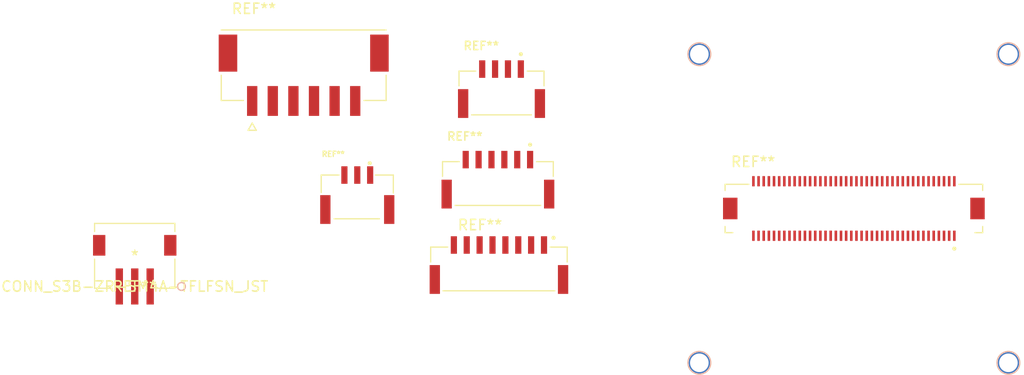
<source format=kicad_pcb>
(kicad_pcb (version 20211014) (generator pcbnew)
  (layers (0 "F.Cu" signal) (31 "B.Cu" signal) (34 "B.Paste" user) (35 "F.Paste" user) (36 "B.SilkS" user "B.Silkscreen") (37 "F.SilkS" user "F.Silkscreen") (38 "B.Mask" user) (39 "F.Mask" user) (44 "Edge.Cuts" user))
  (net 0 "")
  (footprint "libraries:S3B-ZR-SM4A-TFLFSN" (layer "F.Cu") (at 75.65 105.35)
    (fp_text reference "REF**" (at 0 2.977401) (layer "F.SilkS"))
    (fp_text value "CONN_S3B-ZR-SM4A-TFLFSN_JST" (at 0 2.977401) (layer "F.SilkS"))
    (fp_text user "*" (at 0 0) (layer "F.SilkS"))
    (fp_circle (center 4.5339 2.977401) (end 4.9149 2.977401) (layer "B.SilkS") (width 0.12) (fill none))
    (fp_line (start 3.8989 -2.358639) (end 3.8989 -3.1496) (layer "F.SilkS") (width 0.12))
    (fp_line (start -3.8989 3.1496) (end -2.18694 3.1496) (layer "F.SilkS") (width 0.12))
    (fp_line (start 3.8989 3.1496) (end 3.8989 0.313441) (layer "F.SilkS") (width 0.12))
    (fp_line (start -3.8989 -3.1496) (end -3.8989 -2.358639) (layer "F.SilkS") (width 0.12))
    (fp_line (start 2.18694 3.1496) (end 3.8989 3.1496) (layer "F.SilkS") (width 0.12))
    (fp_line (start -3.8989 0.313441) (end -3.8989 3.1496) (layer "F.SilkS") (width 0.12))
    (fp_line (start 3.8989 -3.1496) (end -3.8989 -3.1496) (layer "F.SilkS") (width 0.12))
    (fp_circle (center 4.5339 2.977401) (end 4.9149 2.977401) (layer "F.SilkS") (width 0.12) (fill none))
    (pad "1" smd rect (at 1.4986 2.977401) (size 0.7112 3.5052) (layers "F.Cu" "F.Paste" "F.Mask"))
    (pad "2" smd rect (at 0 2.977401) (size 0.7112 3.5052) (layers "F.Cu" "F.Paste" "F.Mask"))
    (pad "3" smd rect (at -1.4986 2.977401) (size 0.7112 3.5052) (layers "F.Cu" "F.Paste" "F.Mask"))
    (pad "4" smd rect (at -3.450001 -1.022599) (size 1.1938 2.0066) (layers "F.Cu" "F.Paste" "F.Mask"))
    (pad "5" smd rect (at 3.450001 -1.022599) (size 1.1938 2.0066) (layers "F.Cu" "F.Paste" "F.Mask"))
  )
  (footprint "libraries:Cube_DF17_Mount" (layer "F.Cu") (at 145.45 100.75)
    (fp_text reference "REF**" (at -9.775 -4.535) (layer "F.SilkS"))
    (fp_text value "HRS_DF17_3.0_-80DS-0.5V_57_")
    (fp_circle (center 14.9985 14.9985) (end 16.1035 14.9985) (layer "B.SilkS") (width 0.12) (fill none))
    (fp_circle (center -14.9985 -14.9985) (end -13.8935 -14.9985) (layer "B.SilkS") (width 0.12) (fill none))
    (fp_circle (center -14.9985 14.9985) (end -13.8935 14.9985) (layer "B.SilkS") (width 0.12) (fill none))
    (fp_circle (center 14.9985 -14.9985) (end 16.1035 -14.9985) (layer "B.SilkS") (width 0.12) (fill none))
    (fp_line (start -12.5 -2.35) (end -12.5 -1.75) (layer "F.SilkS") (width 0.127))
    (fp_line (start -10.195 -2.35) (end -12.5 -2.35) (layer "F.SilkS") (width 0.127))
    (fp_line (start 12.5 2.35) (end 12.5 1.75) (layer "F.SilkS") (width 0.127))
    (fp_line (start -12.5 2.35) (end -11.75 2.35) (layer "F.SilkS") (width 0.127))
    (fp_line (start 12.5 -2.35) (end 10.195 -2.35) (layer "F.SilkS") (width 0.127))
    (fp_line (start 12.5 -2.35) (end 12.5 -1.75) (layer "F.SilkS") (width 0.127))
    (fp_line (start 11.75 2.35) (end 12.5 2.35) (layer "F.SilkS") (width 0.127))
    (fp_line (start -12.5 2.35) (end -12.5 1.75) (layer "F.SilkS") (width 0.127))
    (fp_circle (center 14.9985 -14.9985) (end 16.1035 -14.9985) (layer "F.SilkS") (width 0.12) (fill none))
    (fp_circle (center -14.9985 14.9985) (end -13.8935 14.9985) (layer "F.SilkS") (width 0.12) (fill none))
    (fp_circle (center -14.9985 -14.9985) (end -13.8935 -14.9985) (layer "F.SilkS") (width 0.12) (fill none))
    (fp_circle (center 9.75 3.9) (end 9.85 3.9) (layer "F.SilkS") (width 0.2) (fill none))
    (fp_circle (center 14.9985 14.9985) (end 16.1035 14.9985) (layer "F.SilkS") (width 0.12) (fill none))
    (pad "" np_thru_hole circle (at 11 1.9) (size 0.65 0.65) (drill 0.65) (layers *.Cu *.Mask))
    (pad "" np_thru_hole circle (at -11 1.9) (size 0.65 0.65) (drill 0.65) (layers *.Cu *.Mask))
    (pad "1" smd rect (at 9.75 2.65) (size 0.25 1) (layers "F.Cu" "F.Paste" "F.Mask"))
    (pad "2" smd rect (at 9.75 -2.65) (size 0.25 1) (layers "F.Cu" "F.Paste" "F.Mask"))
    (pad "3" smd rect (at 9.25 2.65) (size 0.25 1) (layers "F.Cu" "F.Paste" "F.Mask"))
    (pad "4" smd rect (at 9.25 -2.65) (size 0.25 1) (layers "F.Cu" "F.Paste" "F.Mask"))
    (pad "5" smd rect (at 8.75 2.65) (size 0.25 1) (layers "F.Cu" "F.Paste" "F.Mask"))
    (pad "6" smd rect (at 8.75 -2.65) (size 0.25 1) (layers "F.Cu" "F.Paste" "F.Mask"))
    (pad "7" smd rect (at 8.25 2.65) (size 0.25 1) (layers "F.Cu" "F.Paste" "F.Mask"))
    (pad "8" smd rect (at 8.25 -2.65) (size 0.25 1) (layers "F.Cu" "F.Paste" "F.Mask"))
    (pad "9" smd rect (at 7.75 2.65) (size 0.25 1) (layers "F.Cu" "F.Paste" "F.Mask"))
    (pad "10" smd rect (at 7.75 -2.65) (size 0.25 1) (layers "F.Cu" "F.Paste" "F.Mask"))
    (pad "11" smd rect (at 7.25 2.65) (size 0.25 1) (layers "F.Cu" "F.Paste" "F.Mask"))
    (pad "12" smd rect (at 7.25 -2.65) (size 0.25 1) (layers "F.Cu" "F.Paste" "F.Mask"))
    (pad "13" smd rect (at 6.75 2.65) (size 0.25 1) (layers "F.Cu" "F.Paste" "F.Mask"))
    (pad "14" smd rect (at 6.75 -2.65) (size 0.25 1) (layers "F.Cu" "F.Paste" "F.Mask"))
    (pad "15" smd rect (at 6.25 2.65) (size 0.25 1) (layers "F.Cu" "F.Paste" "F.Mask"))
    (pad "16" smd rect (at 6.25 -2.65) (size 0.25 1) (layers "F.Cu" "F.Paste" "F.Mask"))
    (pad "17" smd rect (at 5.75 2.65) (size 0.25 1) (layers "F.Cu" "F.Paste" "F.Mask"))
    (pad "18" smd rect (at 5.75 -2.65) (size 0.25 1) (layers "F.Cu" "F.Paste" "F.Mask"))
    (pad "19" smd rect (at 5.25 2.65) (size 0.25 1) (layers "F.Cu" "F.Paste" "F.Mask"))
    (pad "20" smd rect (at 5.25 -2.65) (size 0.25 1) (layers "F.Cu" "F.Paste" "F.Mask"))
    (pad "21" smd rect (at 4.75 2.65) (size 0.25 1) (layers "F.Cu" "F.Paste" "F.Mask"))
    (pad "22" smd rect (at 4.75 -2.65) (size 0.25 1) (layers "F.Cu" "F.Paste" "F.Mask"))
    (pad "23" smd rect (at 4.25 2.65) (size 0.25 1) (layers "F.Cu" "F.Paste" "F.Mask"))
    (pad "24" smd rect (at 4.25 -2.65) (size 0.25 1) (layers "F.Cu" "F.Paste" "F.Mask"))
    (pad "25" smd rect (at 3.75 2.65) (size 0.25 1) (layers "F.Cu" "F.Paste" "F.Mask"))
    (pad "26" smd rect (at 3.75 -2.65) (size 0.25 1) (layers "F.Cu" "F.Paste" "F.Mask"))
    (pad "27" smd rect (at 3.25 2.65) (size 0.25 1) (layers "F.Cu" "F.Paste" "F.Mask"))
    (pad "28" smd rect (at 3.25 -2.65) (size 0.25 1) (layers "F.Cu" "F.Paste" "F.Mask"))
    (pad "29" smd rect (at 2.75 2.65) (size 0.25 1) (layers "F.Cu" "F.Paste" "F.Mask"))
    (pad "30" smd rect (at 2.75 -2.65) (size 0.25 1) (layers "F.Cu" "F.Paste" "F.Mask"))
    (pad "31" smd rect (at 2.25 2.65) (size 0.25 1) (layers "F.Cu" "F.Paste" "F.Mask"))
    (pad "32" smd rect (at 2.25 -2.65) (size 0.25 1) (layers "F.Cu" "F.Paste" "F.Mask"))
    (pad "33" smd rect (at 1.75 2.65) (size 0.25 1) (layers "F.Cu" "F.Paste" "F.Mask"))
    (pad "34" smd rect (at 1.75 -2.65) (size 0.25 1) (layers "F.Cu" "F.Paste" "F.Mask"))
    (pad "35" smd rect (at 1.25 2.65) (size 0.25 1) (layers "F.Cu" "F.Paste" "F.Mask"))
    (pad "36" smd rect (at 1.25 -2.65) (size 0.25 1) (layers "F.Cu" "F.Paste" "F.Mask"))
    (pad "37" smd rect (at 0.75 2.65) (size 0.25 1) (layers "F.Cu" "F.Paste" "F.Mask"))
    (pad "38" smd rect (at 0.75 -2.65) (size 0.25 1) (layers "F.Cu" "F.Paste" "F.Mask"))
    (pad "39" smd rect (at 0.25 2.65) (size 0.25 1) (layers "F.Cu" "F.Paste" "F.Mask"))
    (pad "40" smd rect (at 0.25 -2.65) (size 0.25 1) (layers "F.Cu" "F.Paste" "F.Mask"))
    (pad "41" smd rect (at -0.25 2.65) (size 0.25 1) (layers "F.Cu" "F.Paste" "F.Mask"))
    (pad "42" smd rect (at -0.25 -2.65) (size 0.25 1) (layers "F.Cu" "F.Paste" "F.Mask"))
    (pad "43" smd rect (at -0.75 2.65) (size 0.25 1) (layers "F.Cu" "F.Paste" "F.Mask"))
    (pad "44" smd rect (at -0.75 -2.65) (size 0.25 1) (layers "F.Cu" "F.Paste" "F.Mask"))
    (pad "45" smd rect (at -1.25 2.65) (size 0.25 1) (layers "F.Cu" "F.Paste" "F.Mask"))
    (pad "46" smd rect (at -1.25 -2.65) (size 0.25 1) (layers "F.Cu" "F.Paste" "F.Mask"))
    (pad "47" smd rect (at -1.75 2.65) (size 0.25 1) (layers "F.Cu" "F.Paste" "F.Mask"))
    (pad "48" smd rect (at -1.75 -2.65) (size 0.25 1) (layers "F.Cu" "F.Paste" "F.Mask"))
    (pad "49" smd rect (at -2.25 2.65) (size 0.25 1) (layers "F.Cu" "F.Paste" "F.Mask"))
    (pad "50" smd rect (at -2.25 -2.65) (size 0.25 1) (layers "F.Cu" "F.Paste" "F.Mask"))
    (pad "51" smd rect (at -2.75 2.65) (size 0.25 1) (layers "F.Cu" "F.Paste" "F.Mask"))
    (pad "52" smd rect (at -2.75 -2.65) (size 0.25 1) (layers "F.Cu" "F.Paste" "F.Mask"))
    (pad "53" smd rect (at -3.25 2.65) (size 0.25 1) (layers "F.Cu" "F.Paste" "F.Mask"))
    (pad "54" smd rect (at -3.25 -2.65) (size 0.25 1) (layers "F.Cu" "F.Paste" "F.Mask"))
    (pad "55" smd rect (at -3.75 2.65) (size 0.25 1) (layers "F.Cu" "F.Paste" "F.Mask"))
    (pad "56" smd rect (at -3.75 -2.65) (size 0.25 1) (layers "F.Cu" "F.Paste" "F.Mask"))
    (pad "57" smd rect (at -4.25 2.65) (size 0.25 1) (layers "F.Cu" "F.Paste" "F.Mask"))
    (pad "58" smd rect (at -4.25 -2.65) (size 0.25 1) (layers "F.Cu" "F.Paste" "F.Mask"))
    (pad "59" smd rect (at -4.75 2.65) (size 0.25 1) (layers "F.Cu" "F.Paste" "F.Mask"))
    (pad "60" smd rect (at -4.75 -2.65) (size 0.25 1) (layers "F.Cu" "F.Paste" "F.Mask"))
    (pad "61" smd rect (at -5.25 2.65) (size 0.25 1) (layers "F.Cu" "F.Paste" "F.Mask"))
    (pad "62" smd rect (at -5.25 -2.65) (size 0.25 1) (layers "F.Cu" "F.Paste" "F.Mask"))
    (pad "63" smd rect (at -5.75 2.65) (size 0.25 1) (layers "F.Cu" "F.Paste" "F.Mask"))
    (pad "64" smd rect (at -5.75 -2.65) (size 0.25 1) (layers "F.Cu" "F.Paste" "F.Mask"))
    (pad "65" smd rect (at -6.25 2.65) (size 0.25 1) (layers "F.Cu" "F.Paste" "F.Mask"))
    (pad "66" smd rect (at -6.25 -2.65) (size 0.25 1) (layers "F.Cu" "F.Paste" "F.Mask"))
    (pad "67" smd rect (at -6.75 2.65) (size 0.25 1) (layers "F.Cu" "F.Paste" "F.Mask"))
    (pad "68" smd rect (at -6.75 -2.65) (size 0.25 1) (layers "F.Cu" "F.Paste" "F.Mask"))
    (pad "69" smd rect (at -7.25 2.65) (size 0.25 1) (layers "F.Cu" "F.Paste" "F.Mask"))
    (pad "70" smd rect (at -7.25 -2.65) (size 0.25 1) (layers "F.Cu" "F.Paste" "F.Mask"))
    (pad "71" smd rect (at -7.75 2.65) (size 0.25 1) (layers "F.Cu" "F.Paste" "F.Mask"))
    (pad "72" smd rect (at -7.75 -2.65) (size 0.25 1) (layers "F.Cu" "F.Paste" "F.Mask"))
    (pad "73" smd rect (at -8.25 2.65) (size 0.25 1) (layers "F.Cu" "F.Paste" "F.Mask"))
    (pad "74" smd rect (at -8.25 -2.65) (size 0.25 1) (layers "F.Cu" "F.Paste" "F.Mask"))
    (pad "75" smd rect (at -8.75 2.65) (size 0.25 1) (layers "F.Cu" "F.Paste" "F.Mask"))
    (pad "76" smd rect (at -8.75 -2.65) (size 0.25 1) (layers "F.Cu" "F.Paste" "F.Mask"))
    (pad "77" smd rect (at -9.25 2.65) (size 0.25 1) (layers "F.Cu" "F.Paste" "F.Mask"))
    (pad "78" smd rect (at -9.25 -2.65) (size 0.25 1) (layers "F.Cu" "F.Paste" "F.Mask"))
    (pad "79" smd rect (at -9.75 2.65) (size 0.25 1) (layers "F.Cu" "F.Paste" "F.Mask"))
    (pad "80" smd rect (at -9.75 -2.65) (size 0.25 1) (layers "F.Cu" "F.Paste" "F.Mask"))
    (pad "81" thru_hole circle (at -14.9985 14.9985) (size 2.21 2.21) (drill 1.803) (layers *.Cu *.Mask))
    (pad "81" thru_hole circle (at 14.9985 14.9985) (size 2.21 2.21) (drill 1.803) (layers *.Cu *.Mask))
    (pad "81" thru_hole circle (at 14.9985 -14.9985) (size 2.21 2.21) (drill 1.803) (layers *.Cu *.Mask))
    (pad "81" thru_hole circle (at -14.9985 -14.9985) (size 2.21 2.21) (drill 1.803) (layers *.Cu *.Mask))
    (pad "S1" smd rect (at 12 0) (size 1.4 2.1) (layers "F.Cu" "F.Paste" "F.Mask"))
    (pad "S2" smd rect (at -12 0) (size 1.4 2.1) (layers "F.Cu" "F.Paste" "F.Mask"))
  )
  (footprint "libraries:MOLEX_5024430670" (layer "F.Cu") (at 92.05 87.25)
    (fp_text reference "REF**" (at -4.825 -5.915) (layer "F.SilkS"))
    (fp_text value "MOLEX_5024430670")
    (fp_line (start 8 -3.85) (end -8 -3.85) (layer "F.SilkS") (width 0.127))
    (fp_line (start 8 3) (end 5.85 3) (layer "F.SilkS") (width 0.127))
    (fp_line (start -8 3) (end -8 0.55) (layer "F.SilkS") (width 0.127))
    (fp_line (start -5 5.2) (end -5.4 5.9) (layer "F.SilkS") (width 0.127))
    (fp_line (start 8 0.55) (end 8 3) (layer "F.SilkS") (width 0.127))
    (fp_line (start -5.4 5.9) (end -4.6 5.9) (layer "F.SilkS") (width 0.127))
    (fp_line (start -5.85 3) (end -8 3) (layer "F.SilkS") (width 0.127))
    (fp_line (start -4.6 5.9) (end -5 5.2) (layer "F.SilkS") (width 0.127))
    (pad "1" smd rect (at -5 3.05) (size 1 2.9) (layers "F.Cu" "F.Paste"))
    (pad "2" smd rect (at -3 3.05) (size 1 2.9) (layers "F.Cu" "F.Paste"))
    (pad "3" smd rect (at -1 3.05) (size 1 2.9) (layers "F.Cu" "F.Paste"))
    (pad "4" smd rect (at 1 3.05) (size 1 2.9) (layers "F.Cu" "F.Paste"))
    (pad "5" smd rect (at 3 3.05) (size 1 2.9) (layers "F.Cu" "F.Paste"))
    (pad "6" smd rect (at 5 3.05) (size 1 2.9) (layers "F.Cu" "F.Paste"))
    (pad "S1" smd rect (at -7.35 -1.6) (size 1.8 3.6) (layers "F.Cu" "F.Paste"))
    (pad "S2" smd rect (at 7.35 -1.6) (size 1.8 3.6) (layers "F.Cu" "F.Paste"))
  )
  (footprint "libraries:JST_BM08B-GHS-TBT(LF)(SN)(N)" (layer "F.Cu") (at 111 104.3)
    (fp_text reference "REF**" (at -1.832775 -1.943265) (layer "F.SilkS") (effects (font (size 1.004276 1.004276))))
    (fp_text value "JST_BM08B-GHS-TBT_LF__SN__N_")
    (fp_line (start 4.975 0.2) (end 6.625 0.2) (layer "F.SilkS") (width 0.127))
    (fp_line (start 6.625 1.65) (end 6.625 0.2) (layer "F.SilkS") (width 0.127))
    (fp_line (start -6.625 0.2) (end -4.975 0.2) (layer "F.SilkS") (width 0.127))
    (fp_line (start -6.625 1.65) (end -6.625 0.2) (layer "F.SilkS") (width 0.127))
    (fp_line (start -5.425 4.45) (end 5.425 4.45) (layer "F.SilkS") (width 0.127))
    (fp_circle (center 5.3 -0.7) (end 5.4 -0.7) (layer "F.SilkS") (width 0.2) (fill none))
    (pad "1" smd rect (at 4.375 0) (size 0.6 1.7) (layers "F.Cu" "F.Paste" "F.Mask"))
    (pad "2" smd rect (at 3.125 0) (size 0.6 1.7) (layers "F.Cu" "F.Paste" "F.Mask"))
    (pad "3" smd rect (at 1.875 0) (size 0.6 1.7) (layers "F.Cu" "F.Paste" "F.Mask"))
    (pad "4" smd rect (at 0.625 0) (size 0.6 1.7) (layers "F.Cu" "F.Paste" "F.Mask"))
    (pad "5" smd rect (at -0.625 0) (size 0.6 1.7) (layers "F.Cu" "F.Paste" "F.Mask"))
    (pad "6" smd rect (at -1.875 0) (size 0.6 1.7) (layers "F.Cu" "F.Paste" "F.Mask"))
    (pad "7" smd rect (at -3.125 0) (size 0.6 1.7) (layers "F.Cu" "F.Paste" "F.Mask"))
    (pad "8" smd rect (at -4.375 0) (size 0.6 1.7) (layers "F.Cu" "F.Paste" "F.Mask"))
    (pad "P1" smd rect (at -6.225 3.35) (size 1 2.8) (layers "F.Cu" "F.Paste" "F.Mask"))
    (pad "P2" smd rect (at 6.225 3.35) (size 1 2.8) (layers "F.Cu" "F.Paste" "F.Mask"))
  )
  (footprint "libraries:CONN_BM03B-GHS-TBT(LF)(SN)(N)" (layer "F.Cu") (at 97.25 97.5)
    (fp_text reference "REF**" (at -2.330113 -2.037476) (layer "F.SilkS") (effects (font (size 0.512938 0.512938))))
    (fp_text value "CONN_BM03B-GHS-TBT_LF__SN__N_")
    (fp_line (start -3.5 0) (end -3.5 1.7) (layer "F.SilkS") (width 0.127))
    (fp_line (start 1.75 0) (end 3.5 0) (layer "F.SilkS") (width 0.127))
    (fp_line (start -2.25 4.25) (end 2.15 4.25) (layer "F.SilkS") (width 0.127))
    (fp_line (start -1.778 0) (end -3.5 0) (layer "F.SilkS") (width 0.127))
    (fp_line (start 3.5 0) (end 3.5 1.75) (layer "F.SilkS") (width 0.127))
    (fp_circle (center 1.21 -1.15) (end 1.31 -1.15) (layer "F.SilkS") (width 0.2) (fill none))
    (pad "1" smd rect locked (at 1.25 0 90) (size 1.7 0.6) (layers "F.Cu" "F.Paste" "F.Mask"))
    (pad "2" smd rect locked (at 0 0 90) (size 1.7 0.6) (layers "F.Cu" "F.Paste" "F.Mask"))
    (pad "3" smd rect locked (at -1.25 0 90) (size 1.7 0.6) (layers "F.Cu" "F.Paste" "F.Mask"))
    (pad "4" smd rect locked (at 3.1 3.35 90) (size 2.8 1) (layers "F.Cu" "F.Paste" "F.Mask"))
    (pad "5" smd rect locked (at -3.1 3.35 90) (size 2.8 1) (layers "F.Cu" "F.Paste" "F.Mask"))
  )
  (footprint "libraries:JST_BM04B-GHS-TBT(LF)(SN)(N)" (layer "F.Cu") (at 111.25 90.55)
    (fp_text reference "REF**" (at -1.96 -5.608) (layer "F.SilkS") (effects (font (size 0.8 0.8))))
    (fp_text value "JST_BM04B-GHS-TBT_LF__SN__N_")
    (fp_line (start -4.125 -1.72) (end -4.125 -3.15) (layer "F.SilkS") (width 0.127))
    (fp_line (start -2.9 1.1) (end 2.9 1.1) (layer "F.SilkS") (width 0.127))
    (fp_line (start -4.125 -3.15) (end -2.5 -3.15) (layer "F.SilkS") (width 0.127))
    (fp_line (start 4.125 -1.72) (end 4.125 -3.15) (layer "F.SilkS") (width 0.127))
    (fp_line (start 2.5 -3.15) (end 4.125 -3.15) (layer "F.SilkS") (width 0.127))
    (fp_circle (center 1.875 -4.8) (end 1.975 -4.8) (layer "F.SilkS") (width 0.2) (fill none))
    (pad "1" smd rect (at 1.875 -3.35 90) (size 1.7 0.6) (layers "F.Cu" "F.Paste" "F.Mask"))
    (pad "2" smd rect (at 0.625 -3.35 90) (size 1.7 0.6) (layers "F.Cu" "F.Paste" "F.Mask"))
    (pad "3" smd rect (at -0.625 -3.35 90) (size 1.7 0.6) (layers "F.Cu" "F.Paste" "F.Mask"))
    (pad "4" smd rect (at -1.875 -3.35 90) (size 1.7 0.6) (layers "F.Cu" "F.Paste" "F.Mask"))
    (pad "S1" smd rect (at -3.725 0 270) (size 2.8 1) (layers "F.Cu" "F.Paste" "F.Mask"))
    (pad "S2" smd rect (at 3.725 0 270) (size 2.8 1) (layers "F.Cu" "F.Paste" "F.Mask"))
  )
  (footprint "libraries:JST_BM06B-GHS-TBT(LF)(SN)(N)" (layer "F.Cu") (at 110.9 99.35)
    (fp_text reference "REF**" (at -3.21 -5.608) (layer "F.SilkS") (effects (font (size 0.8 0.8))))
    (fp_text value "JST_BM06B-GHS-TBT_LF__SN__N_")
    (fp_line (start -5.375 -1.72) (end -5.375 -3.15) (layer "F.SilkS") (width 0.127))
    (fp_line (start 5.375 -1.72) (end 5.375 -3.15) (layer "F.SilkS") (width 0.127))
    (fp_line (start 3.75 -3.15) (end 5.375 -3.15) (layer "F.SilkS") (width 0.127))
    (fp_line (start -5.375 -3.15) (end -3.75 -3.15) (layer "F.SilkS") (width 0.127))
    (fp_line (start -4.15 1.1) (end 4.15 1.1) (layer "F.SilkS") (width 0.127))
    (fp_circle (center 3.125 -4.8) (end 3.225 -4.8) (layer "F.SilkS") (width 0.2) (fill none))
    (pad "1" smd rect (at 3.125 -3.35 270) (size 1.7 0.6) (layers "F.Cu" "F.Paste" "F.Mask"))
    (pad "2" smd rect (at 1.875 -3.35 270) (size 1.7 0.6) (layers "F.Cu" "F.Paste" "F.Mask"))
    (pad "3" smd rect (at 0.625 -3.35 270) (size 1.7 0.6) (layers "F.Cu" "F.Paste" "F.Mask"))
    (pad "4" smd rect (at -0.625 -3.35 270) (size 1.7 0.6) (layers "F.Cu" "F.Paste" "F.Mask"))
    (pad "5" smd rect (at -1.875 -3.35 270) (size 1.7 0.6) (layers "F.Cu" "F.Paste" "F.Mask"))
    (pad "6" smd rect (at -3.125 -3.35 270) (size 1.7 0.6) (layers "F.Cu" "F.Paste" "F.Mask"))
    (pad "S1" smd rect (at -4.975 0 270) (size 2.8 1) (layers "F.Cu" "F.Paste" "F.Mask"))
    (pad "S2" smd rect (at 4.975 0 270) (size 2.8 1) (layers "F.Cu" "F.Paste" "F.Mask"))
  )
)
</source>
